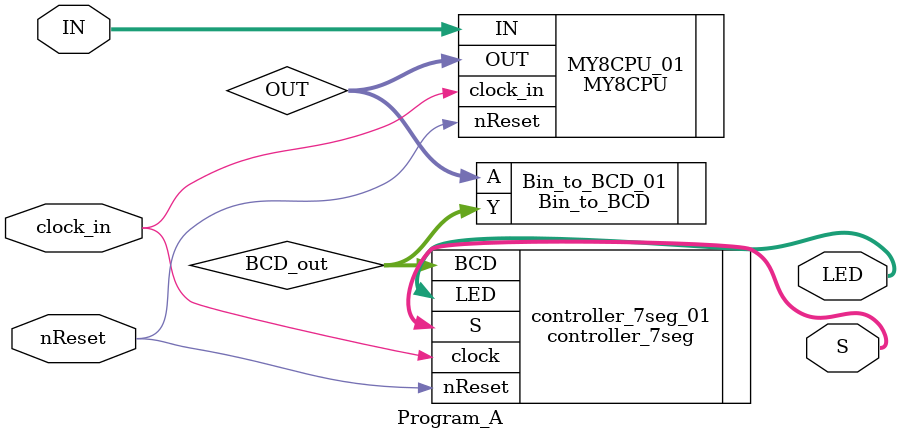
<source format=v>
/* Program_A top modlule */
module Program_A(IN, S, LED, clock_in, nReset);

input [7:0] IN;
input clock_in;
input nReset;   // Negative logic
output [2:0] S;
output [6:0] LED;

// 入力信号
wire [7:0] IN;
wire [2:0] S;
wire [6:0] LED;
wire clock_in, nReset;

// 内部信号
wire [7:0] OUT;
wire [11:0] BCD_out;

MY8CPU MY8CPU_01(.IN(IN), .OUT(OUT), .clock_in(clock_in), .nReset(nReset));

Bin_to_BCD Bin_to_BCD_01(.A(OUT), .Y(BCD_out));

controller_7seg controller_7seg_01(.clock(clock_in), .nReset(nReset), .BCD(BCD_out), .S(S), .LED(LED));

endmodule
</source>
